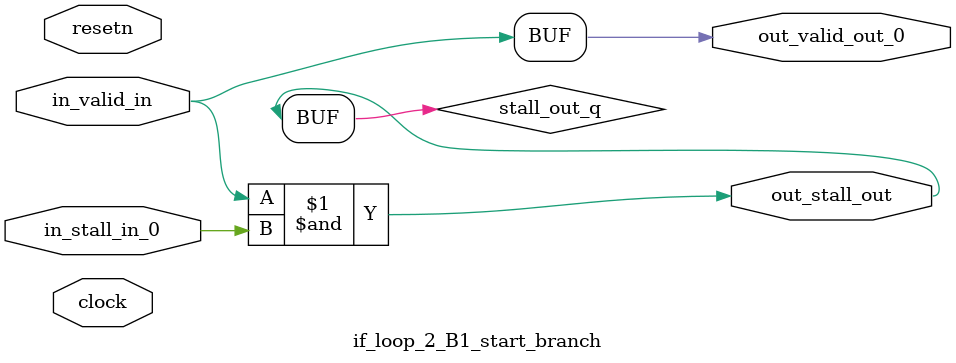
<source format=sv>



(* altera_attribute = "-name AUTO_SHIFT_REGISTER_RECOGNITION OFF; -name MESSAGE_DISABLE 10036; -name MESSAGE_DISABLE 10037; -name MESSAGE_DISABLE 14130; -name MESSAGE_DISABLE 14320; -name MESSAGE_DISABLE 15400; -name MESSAGE_DISABLE 14130; -name MESSAGE_DISABLE 10036; -name MESSAGE_DISABLE 12020; -name MESSAGE_DISABLE 12030; -name MESSAGE_DISABLE 12010; -name MESSAGE_DISABLE 12110; -name MESSAGE_DISABLE 14320; -name MESSAGE_DISABLE 13410; -name MESSAGE_DISABLE 113007; -name MESSAGE_DISABLE 10958" *)
module if_loop_2_B1_start_branch (
    input wire [0:0] in_stall_in_0,
    input wire [0:0] in_valid_in,
    output wire [0:0] out_stall_out,
    output wire [0:0] out_valid_out_0,
    input wire clock,
    input wire resetn
    );

    wire [0:0] stall_out_q;


    // stall_out(LOGICAL,6)
    assign stall_out_q = in_valid_in & in_stall_in_0;

    // out_stall_out(GPOUT,4)
    assign out_stall_out = stall_out_q;

    // out_valid_out_0(GPOUT,5)
    assign out_valid_out_0 = in_valid_in;

endmodule

</source>
